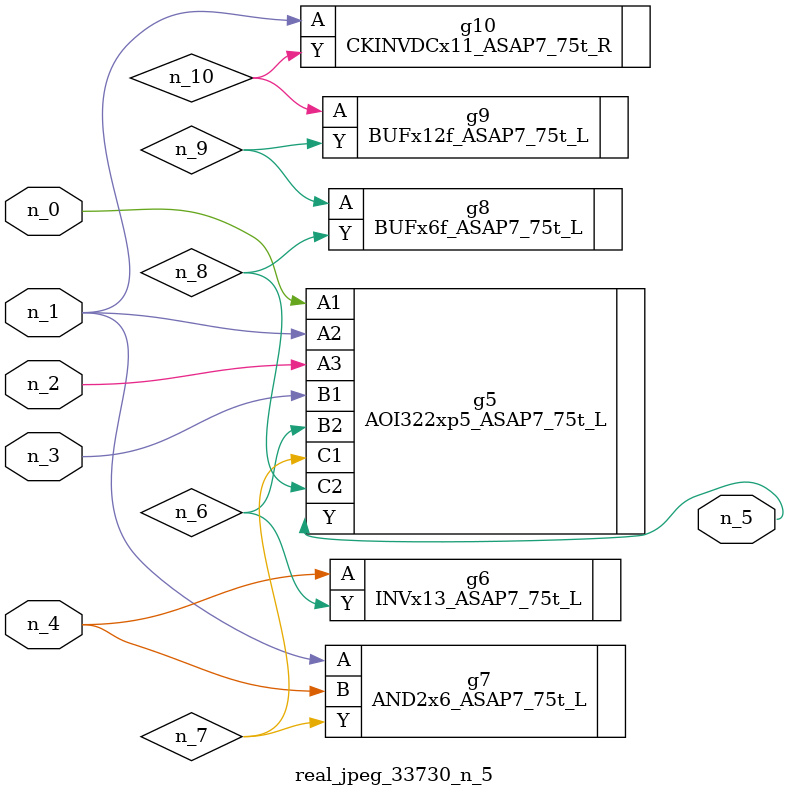
<source format=v>
module real_jpeg_33730_n_5 (n_4, n_0, n_1, n_2, n_3, n_5);

input n_4;
input n_0;
input n_1;
input n_2;
input n_3;

output n_5;

wire n_8;
wire n_6;
wire n_7;
wire n_10;
wire n_9;

AOI322xp5_ASAP7_75t_L g5 ( 
.A1(n_0),
.A2(n_1),
.A3(n_2),
.B1(n_3),
.B2(n_6),
.C1(n_7),
.C2(n_8),
.Y(n_5)
);

AND2x6_ASAP7_75t_L g7 ( 
.A(n_1),
.B(n_4),
.Y(n_7)
);

CKINVDCx11_ASAP7_75t_R g10 ( 
.A(n_1),
.Y(n_10)
);

INVx13_ASAP7_75t_L g6 ( 
.A(n_4),
.Y(n_6)
);

BUFx6f_ASAP7_75t_L g8 ( 
.A(n_9),
.Y(n_8)
);

BUFx12f_ASAP7_75t_L g9 ( 
.A(n_10),
.Y(n_9)
);


endmodule
</source>
